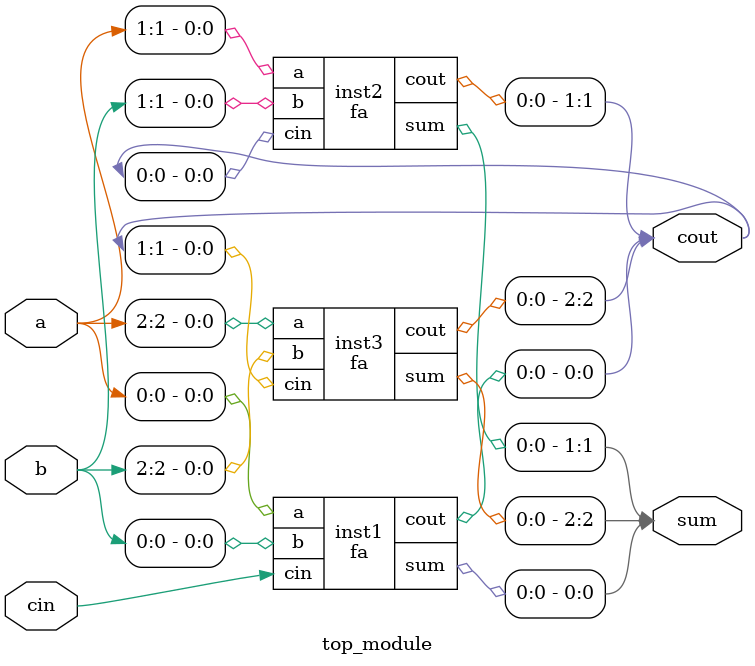
<source format=v>
module fa(input a, input b, input cin, output sum, output cout);
    assign {cout, sum} = a+b+cin;
endmodule

module top_module( 
    input [2:0] a, b,
    input cin,
    output [2:0] cout,
    output [2:0] sum );
	
    fa inst1 (.a(a[0]), .b(b[0]), .cin(cin), .sum(sum[0]), .cout(cout[0]));
    fa inst2 (.a(a[1]), .b(b[1]), .cin(cout[0]), .sum(sum[1]), .cout(cout[1]));
    fa inst3 (.a(a[2]), .b(b[2]), .cin(cout[1]), .sum(sum[2]), .cout(cout[2]));
    
endmodule

</source>
